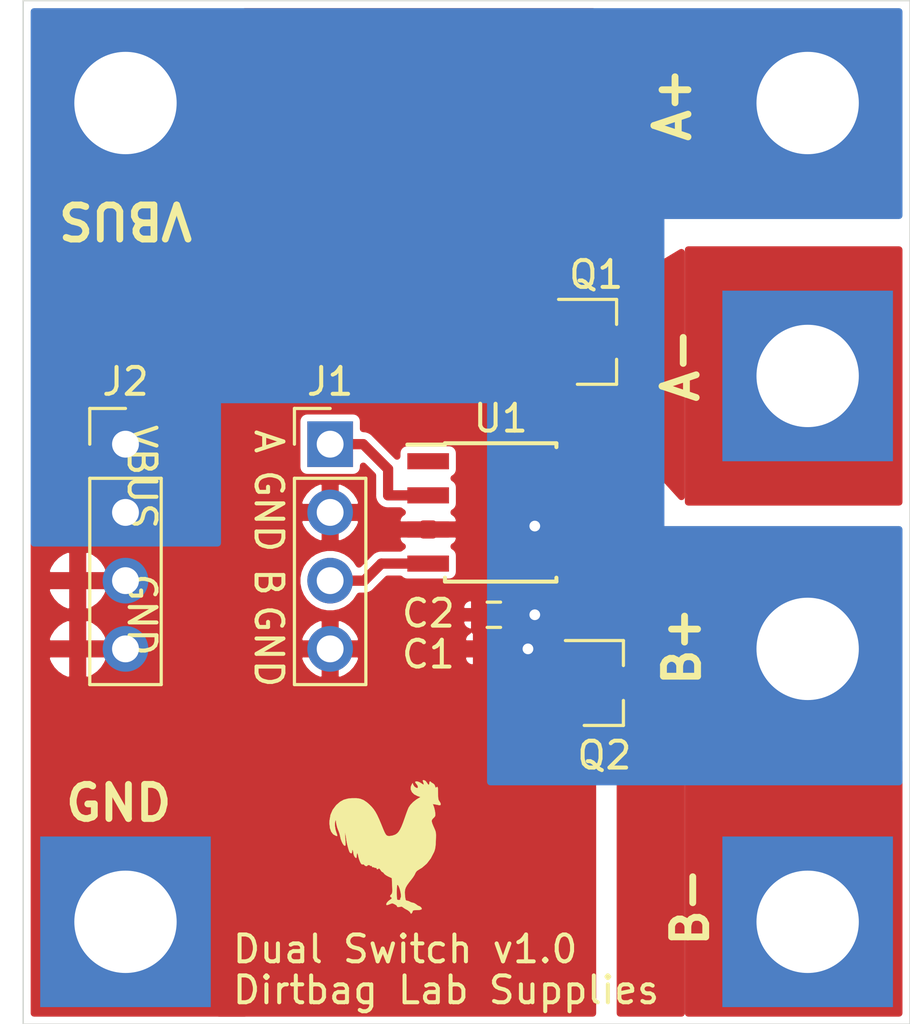
<source format=kicad_pcb>
(kicad_pcb (version 20171130) (host pcbnew "(5.1.5)-3")

  (general
    (thickness 1.6)
    (drawings 18)
    (tracks 27)
    (zones 0)
    (modules 14)
    (nets 11)
  )

  (page A4)
  (layers
    (0 F.Cu signal)
    (31 B.Cu signal)
    (32 B.Adhes user)
    (33 F.Adhes user)
    (34 B.Paste user)
    (35 F.Paste user)
    (36 B.SilkS user)
    (37 F.SilkS user)
    (38 B.Mask user)
    (39 F.Mask user)
    (40 Dwgs.User user)
    (41 Cmts.User user)
    (42 Eco1.User user)
    (43 Eco2.User user)
    (44 Edge.Cuts user)
    (45 Margin user)
    (46 B.CrtYd user)
    (47 F.CrtYd user)
    (48 B.Fab user)
    (49 F.Fab user)
  )

  (setup
    (last_trace_width 0.25)
    (user_trace_width 0.381)
    (user_trace_width 0.508)
    (user_trace_width 0.762)
    (trace_clearance 0.2)
    (zone_clearance 0.254)
    (zone_45_only no)
    (trace_min 0.2)
    (via_size 0.8)
    (via_drill 0.4)
    (via_min_size 0.4)
    (via_min_drill 0.3)
    (user_via 0.889 0.381)
    (uvia_size 0.3)
    (uvia_drill 0.1)
    (uvias_allowed no)
    (uvia_min_size 0.2)
    (uvia_min_drill 0.1)
    (edge_width 0.05)
    (segment_width 0.2)
    (pcb_text_width 0.3)
    (pcb_text_size 1.5 1.5)
    (mod_edge_width 0.12)
    (mod_text_size 1 1)
    (mod_text_width 0.15)
    (pad_size 1.7 1.7)
    (pad_drill 1)
    (pad_to_mask_clearance 0.051)
    (solder_mask_min_width 0.25)
    (aux_axis_origin 0 0)
    (grid_origin 183.388 131.318)
    (visible_elements 7FFFFFFF)
    (pcbplotparams
      (layerselection 0x010fc_ffffffff)
      (usegerberextensions false)
      (usegerberattributes false)
      (usegerberadvancedattributes false)
      (creategerberjobfile false)
      (excludeedgelayer true)
      (linewidth 0.100000)
      (plotframeref false)
      (viasonmask false)
      (mode 1)
      (useauxorigin false)
      (hpglpennumber 1)
      (hpglpenspeed 20)
      (hpglpendiameter 15.000000)
      (psnegative false)
      (psa4output false)
      (plotreference true)
      (plotvalue true)
      (plotinvisibletext false)
      (padsonsilk false)
      (subtractmaskfromsilk false)
      (outputformat 1)
      (mirror false)
      (drillshape 1)
      (scaleselection 1)
      (outputdirectory ""))
  )

  (net 0 "")
  (net 1 GND)
  (net 2 VBUS)
  (net 3 /INB)
  (net 4 /INA)
  (net 5 "Net-(M5-Pad1)")
  (net 6 "Net-(M7-Pad1)")
  (net 7 "Net-(Q1-Pad1)")
  (net 8 "Net-(Q2-Pad1)")
  (net 9 "Net-(U1-Pad8)")
  (net 10 "Net-(U1-Pad1)")

  (net_class Default "This is the default net class."
    (clearance 0.2)
    (trace_width 0.25)
    (via_dia 0.8)
    (via_drill 0.4)
    (uvia_dia 0.3)
    (uvia_drill 0.1)
    (add_net /INA)
    (add_net /INB)
    (add_net GND)
    (add_net "Net-(M5-Pad1)")
    (add_net "Net-(M7-Pad1)")
    (add_net "Net-(Q1-Pad1)")
    (add_net "Net-(Q2-Pad1)")
    (add_net "Net-(U1-Pad1)")
    (add_net "Net-(U1-Pad8)")
    (add_net VBUS)
  )

  (module DBLS_LOGO:Rooster_4mmx4mm (layer F.Cu) (tedit 6169F65E) (tstamp 616A48FB)
    (at 187.452 129.286)
    (path /6171B646)
    (fp_text reference LOGO1 (at 0 0) (layer F.SilkS) hide
      (effects (font (size 1.524 1.524) (thickness 0.3)))
    )
    (fp_text value DBLS_Chicken_Small (at 0.75 0) (layer F.SilkS) hide
      (effects (font (size 1.524 1.524) (thickness 0.3)))
    )
    (fp_poly (pts (xy 1.52344 -2.444933) (xy 1.576309 -2.374864) (xy 1.617111 -2.314856) (xy 1.645295 -2.30211)
      (xy 1.659947 -2.336646) (xy 1.661914 -2.372982) (xy 1.673513 -2.420344) (xy 1.700626 -2.428569)
      (xy 1.724871 -2.404524) (xy 1.759193 -2.375743) (xy 1.798451 -2.356403) (xy 1.850944 -2.311373)
      (xy 1.872965 -2.256262) (xy 1.889895 -2.205364) (xy 1.910473 -2.199419) (xy 1.917431 -2.205165)
      (xy 1.946405 -2.22721) (xy 1.965843 -2.221043) (xy 1.977487 -2.181184) (xy 1.983078 -2.10215)
      (xy 1.984375 -1.994488) (xy 1.985972 -1.877557) (xy 1.992074 -1.798234) (xy 2.00465 -1.744582)
      (xy 2.025665 -1.704663) (xy 2.033984 -1.693487) (xy 2.074155 -1.627208) (xy 2.084249 -1.575253)
      (xy 2.064661 -1.54688) (xy 2.027783 -1.547413) (xy 1.965125 -1.561944) (xy 1.886826 -1.576943)
      (xy 1.878892 -1.578291) (xy 1.785811 -1.59386) (xy 1.822649 -1.505694) (xy 1.847146 -1.428444)
      (xy 1.868175 -1.33073) (xy 1.875658 -1.279938) (xy 1.883072 -1.199265) (xy 1.877576 -1.148654)
      (xy 1.853545 -1.109097) (xy 1.813198 -1.068895) (xy 1.77347 -1.027116) (xy 1.75232 -0.986307)
      (xy 1.750505 -0.936607) (xy 1.768782 -0.868149) (xy 1.807906 -0.771072) (xy 1.841906 -0.694531)
      (xy 1.872693 -0.623722) (xy 1.892822 -0.565395) (xy 1.904041 -0.506472) (xy 1.908099 -0.433872)
      (xy 1.906747 -0.334516) (xy 1.903275 -0.235644) (xy 1.895821 -0.091444) (xy 1.884728 0.016472)
      (xy 1.867882 0.101405) (xy 1.843168 0.176655) (xy 1.834282 0.198438) (xy 1.713022 0.432919)
      (xy 1.564944 0.625863) (xy 1.389671 0.777712) (xy 1.278393 0.845548) (xy 1.193007 0.902976)
      (xy 1.145853 0.967997) (xy 1.138928 0.986134) (xy 1.109085 1.048283) (xy 1.058333 1.128566)
      (xy 1.007508 1.196974) (xy 0.904785 1.327311) (xy 0.831113 1.431006) (xy 0.782678 1.518579)
      (xy 0.755665 1.600547) (xy 0.746259 1.687432) (xy 0.750646 1.789752) (xy 0.760213 1.878955)
      (xy 0.772214 1.955832) (xy 0.788495 1.995019) (xy 0.81539 2.008395) (xy 0.829671 2.00918)
      (xy 0.892635 2.024046) (xy 0.931636 2.045598) (xy 0.994816 2.075399) (xy 1.038216 2.082805)
      (xy 1.095473 2.098958) (xy 1.160396 2.137635) (xy 1.170343 2.145606) (xy 1.225733 2.185843)
      (xy 1.269328 2.206775) (xy 1.2755 2.207617) (xy 1.314184 2.224565) (xy 1.353225 2.258741)
      (xy 1.379512 2.302163) (xy 1.364854 2.33188) (xy 1.306766 2.349323) (xy 1.202763 2.355925)
      (xy 1.184423 2.356066) (xy 1.095506 2.36046) (xy 1.050288 2.373857) (xy 1.041796 2.388912)
      (xy 1.028059 2.434602) (xy 1.010713 2.463887) (xy 0.9857 2.490761) (xy 0.967658 2.476933)
      (xy 0.954902 2.450024) (xy 0.918077 2.405339) (xy 0.854325 2.358922) (xy 0.824488 2.34289)
      (xy 0.75161 2.303559) (xy 0.693279 2.264661) (xy 0.679076 2.252402) (xy 0.634797 2.226361)
      (xy 0.573424 2.231721) (xy 0.563164 2.234528) (xy 0.495579 2.246216) (xy 0.463632 2.229882)
      (xy 0.458886 2.206038) (xy 0.438848 2.181749) (xy 0.388928 2.148608) (xy 0.370567 2.13876)
      (xy 0.311154 2.111745) (xy 0.266658 2.107276) (xy 0.211772 2.125041) (xy 0.185421 2.136453)
      (xy 0.122095 2.160506) (xy 0.078801 2.169858) (xy 0.07143 2.168566) (xy 0.058983 2.136536)
      (xy 0.079776 2.086939) (xy 0.126904 2.031348) (xy 0.17702 1.991592) (xy 0.24059 1.947613)
      (xy 0.266813 1.919506) (xy 0.260305 1.896679) (xy 0.229443 1.871287) (xy 0.202333 1.846215)
      (xy 0.206631 1.820635) (xy 0.239569 1.781736) (xy 0.262761 1.753271) (xy 0.266977 1.744003)
      (xy 0.447062 1.744003) (xy 0.449211 1.840227) (xy 0.453625 1.917302) (xy 0.460274 1.962221)
      (xy 0.46302 1.967839) (xy 0.496399 1.982121) (xy 0.540882 1.984028) (xy 0.576009 1.975164)
      (xy 0.582238 1.958484) (xy 0.582235 1.919907) (xy 0.594617 1.898396) (xy 0.608981 1.862667)
      (xy 0.608581 1.800617) (xy 0.595078 1.710234) (xy 0.572268 1.610236) (xy 0.544008 1.522862)
      (xy 0.514235 1.456451) (xy 0.486885 1.41934) (xy 0.465896 1.419869) (xy 0.461737 1.427784)
      (xy 0.454516 1.470521) (xy 0.449683 1.546142) (xy 0.447209 1.641639) (xy 0.447062 1.744003)
      (xy 0.266977 1.744003) (xy 0.277365 1.721171) (xy 0.284618 1.674997) (xy 0.285756 1.604309)
      (xy 0.282019 1.49867) (xy 0.279475 1.445088) (xy 0.265846 1.16625) (xy 0.135052 1.106371)
      (xy 0.058099 1.064561) (xy -0.00141 1.020376) (xy -0.023549 0.994535) (xy -0.056613 0.953914)
      (xy -0.081488 0.942422) (xy -0.112626 0.922644) (xy -0.150099 0.874232) (xy -0.156106 0.864123)
      (xy -0.190713 0.814369) (xy -0.217534 0.806178) (xy -0.22928 0.81467) (xy -0.270941 0.841629)
      (xy -0.294783 0.827054) (xy -0.297657 0.806931) (xy -0.314557 0.781704) (xy -0.332355 0.783817)
      (xy -0.3721 0.781641) (xy -0.382758 0.77172) (xy -0.415954 0.756715) (xy -0.434877 0.76028)
      (xy -0.466145 0.755417) (xy -0.471289 0.735171) (xy -0.486822 0.707703) (xy -0.508497 0.710366)
      (xy -0.540391 0.709993) (xy -0.545704 0.698727) (xy -0.566256 0.679302) (xy -0.595313 0.676547)
      (xy -0.635702 0.687811) (xy -0.644922 0.69981) (xy -0.662838 0.718519) (xy -0.701925 0.716684)
      (xy -0.740196 0.698223) (xy -0.753767 0.680419) (xy -0.785918 0.653157) (xy -0.815813 0.656454)
      (xy -0.850301 0.656052) (xy -0.881947 0.624316) (xy -0.914095 0.565147) (xy -0.950537 0.473045)
      (xy -0.977704 0.375793) (xy -0.981984 0.352917) (xy -0.999289 0.275011) (xy -1.017612 0.238579)
      (xy -1.032941 0.245623) (xy -1.041266 0.298145) (xy -1.041797 0.323064) (xy -1.047412 0.392256)
      (xy -1.065036 0.41653) (xy -1.072803 0.415587) (xy -1.111924 0.381409) (xy -1.145672 0.317492)
      (xy -1.164519 0.243531) (xy -1.165835 0.223242) (xy -1.175809 0.159656) (xy -1.190625 0.124024)
      (xy -1.207096 0.109525) (xy -1.214194 0.137363) (xy -1.21505 0.167432) (xy -1.223653 0.229526)
      (xy -1.249513 0.24534) (xy -1.293916 0.215565) (xy -1.297779 0.211764) (xy -1.318854 0.172234)
      (xy -1.345133 0.096958) (xy -1.373079 -0.000978) (xy -1.399154 -0.108488) (xy -1.41982 -0.212485)
      (xy -1.42878 -0.272851) (xy -1.437492 -0.332551) (xy -1.451626 -0.417458) (xy -1.461214 -0.471289)
      (xy -1.472297 -0.528642) (xy -1.478625 -0.549829) (xy -1.480634 -0.531449) (xy -1.478763 -0.470101)
      (xy -1.473951 -0.37207) (xy -1.468034 -0.26357) (xy -1.462406 -0.169667) (xy -1.457927 -0.104349)
      (xy -1.456391 -0.086816) (xy -1.466986 -0.045493) (xy -1.488282 -0.037207) (xy -1.522269 -0.059127)
      (xy -1.562128 -0.116362) (xy -1.601594 -0.196127) (xy -1.634402 -0.285635) (xy -1.654288 -0.3721)
      (xy -1.655007 -0.377491) (xy -1.673869 -0.462667) (xy -1.70714 -0.562173) (xy -1.728955 -0.613891)
      (xy -1.767604 -0.718458) (xy -1.796563 -0.835175) (xy -1.804147 -0.885842) (xy -1.814413 -0.962559)
      (xy -1.825127 -0.992841) (xy -1.837436 -0.979855) (xy -1.837821 -0.978884) (xy -1.856306 -0.884889)
      (xy -1.854158 -0.763857) (xy -1.832506 -0.63333) (xy -1.810743 -0.558105) (xy -1.780924 -0.470986)
      (xy -1.766854 -0.421935) (xy -1.768915 -0.401851) (xy -1.787489 -0.401634) (xy -1.816944 -0.410392)
      (xy -1.91621 -0.46522) (xy -1.989848 -0.560193) (xy -2.036602 -0.692249) (xy -2.055217 -0.858324)
      (xy -2.051634 -0.983044) (xy -2.015085 -1.189867) (xy -1.936999 -1.371918) (xy -1.8145 -1.53551)
      (xy -1.787089 -1.563907) (xy -1.658357 -1.674467) (xy -1.525062 -1.747706) (xy -1.37261 -1.789905)
      (xy -1.225566 -1.80562) (xy -1.052745 -1.806559) (xy -0.911548 -1.784802) (xy -0.787164 -1.735109)
      (xy -0.664782 -1.652242) (xy -0.577426 -1.576384) (xy -0.491517 -1.491144) (xy -0.417166 -1.402672)
      (xy -0.349372 -1.30254) (xy -0.283131 -1.182322) (xy -0.213442 -1.03359) (xy -0.135303 -0.847916)
      (xy -0.114695 -0.79682) (xy -0.055969 -0.652089) (xy -0.010332 -0.547242) (xy 0.02696 -0.475866)
      (xy 0.060652 -0.431553) (xy 0.09549 -0.407892) (xy 0.136217 -0.398473) (xy 0.181351 -0.396875)
      (xy 0.277505 -0.410095) (xy 0.379012 -0.443811) (xy 0.39782 -0.452685) (xy 0.459543 -0.493068)
      (xy 0.516036 -0.552152) (xy 0.570565 -0.635822) (xy 0.626396 -0.749961) (xy 0.686796 -0.900453)
      (xy 0.755032 -1.093182) (xy 0.757581 -1.100701) (xy 0.799051 -1.219575) (xy 0.83962 -1.329607)
      (xy 0.874177 -1.417272) (xy 0.894691 -1.463476) (xy 0.961873 -1.561892) (xy 1.061402 -1.664013)
      (xy 1.179152 -1.756193) (xy 1.232381 -1.789673) (xy 1.33615 -1.84988) (xy 1.215698 -1.892661)
      (xy 1.096879 -1.953685) (xy 1.014953 -2.035609) (xy 0.973339 -2.131759) (xy 0.975458 -2.235456)
      (xy 1.003599 -2.306836) (xy 1.038059 -2.368847) (xy 1.063545 -2.302143) (xy 1.107852 -2.235492)
      (xy 1.172034 -2.191688) (xy 1.213799 -2.182812) (xy 1.238152 -2.200561) (xy 1.237162 -2.243824)
      (xy 1.214149 -2.297621) (xy 1.178626 -2.341496) (xy 1.140722 -2.389201) (xy 1.14189 -2.420033)
      (xy 1.174106 -2.432708) (xy 1.229346 -2.425942) (xy 1.299584 -2.398449) (xy 1.349495 -2.368847)
      (xy 1.407423 -2.331341) (xy 1.44662 -2.309291) (xy 1.453847 -2.306836) (xy 1.456936 -2.328047)
      (xy 1.442324 -2.385612) (xy 1.419374 -2.451645) (xy 1.425075 -2.475489) (xy 1.465515 -2.47645)
      (xy 1.52344 -2.444933)) (layer F.SilkS) (width 0.01))
  )

  (module DBLS_Mechanical:SCREW_6-32_POWER (layer F.Cu) (tedit 6169C24B) (tstamp 616A4920)
    (at 177.8 132.08)
    (path /616B70ED)
    (fp_text reference M2 (at 0 0.5) (layer F.SilkS) hide
      (effects (font (size 1 1) (thickness 0.15)))
    )
    (fp_text value SCREW_6-32_POWER (at 0 -0.5) (layer F.Fab) hide
      (effects (font (size 1 1) (thickness 0.15)))
    )
    (fp_line (start 3.302 3.302) (end 3.302 -3.302) (layer F.CrtYd) (width 0.15))
    (fp_line (start 3.302 -3.302) (end -3.302 -3.302) (layer B.CrtYd) (width 0.15))
    (fp_line (start -3.302 3.302) (end 3.302 3.302) (layer F.CrtYd) (width 0.15))
    (fp_line (start -3.302 -3.302) (end -3.302 3.302) (layer F.CrtYd) (width 0.15))
    (fp_line (start 3.302 -3.302) (end -3.302 -3.302) (layer F.CrtYd) (width 0.15))
    (fp_line (start 3.302 3.302) (end 3.302 -3.302) (layer B.CrtYd) (width 0.15))
    (fp_line (start -3.302 3.302) (end 3.302 3.302) (layer B.CrtYd) (width 0.15))
    (fp_line (start -3.302 -3.302) (end -3.302 3.302) (layer B.CrtYd) (width 0.15))
    (pad 1 thru_hole rect (at 0 0) (size 6.35 6.35) (drill 3.81) (layers *.Cu *.Mask)
      (net 1 GND))
  )

  (module Housings_SOIC:SOIC-8_3.9x4.9mm_Pitch1.27mm (layer F.Cu) (tedit 58CD0CDA) (tstamp 616A3363)
    (at 191.77 116.84)
    (descr "8-Lead Plastic Small Outline (SN) - Narrow, 3.90 mm Body [SOIC] (see Microchip Packaging Specification 00000049BS.pdf)")
    (tags "SOIC 1.27")
    (path /6169E58D)
    (attr smd)
    (fp_text reference U1 (at 0 -3.5) (layer F.SilkS)
      (effects (font (size 1 1) (thickness 0.15)))
    )
    (fp_text value TI_LM5111-1MX_NOPB (at 0 3.5) (layer F.Fab)
      (effects (font (size 1 1) (thickness 0.15)))
    )
    (fp_line (start -2.075 -2.525) (end -3.475 -2.525) (layer F.SilkS) (width 0.15))
    (fp_line (start -2.075 2.575) (end 2.075 2.575) (layer F.SilkS) (width 0.15))
    (fp_line (start -2.075 -2.575) (end 2.075 -2.575) (layer F.SilkS) (width 0.15))
    (fp_line (start -2.075 2.575) (end -2.075 2.43) (layer F.SilkS) (width 0.15))
    (fp_line (start 2.075 2.575) (end 2.075 2.43) (layer F.SilkS) (width 0.15))
    (fp_line (start 2.075 -2.575) (end 2.075 -2.43) (layer F.SilkS) (width 0.15))
    (fp_line (start -2.075 -2.575) (end -2.075 -2.525) (layer F.SilkS) (width 0.15))
    (fp_line (start -3.73 2.7) (end 3.73 2.7) (layer F.CrtYd) (width 0.05))
    (fp_line (start -3.73 -2.7) (end 3.73 -2.7) (layer F.CrtYd) (width 0.05))
    (fp_line (start 3.73 -2.7) (end 3.73 2.7) (layer F.CrtYd) (width 0.05))
    (fp_line (start -3.73 -2.7) (end -3.73 2.7) (layer F.CrtYd) (width 0.05))
    (fp_line (start -1.95 -1.45) (end -0.95 -2.45) (layer F.Fab) (width 0.1))
    (fp_line (start -1.95 2.45) (end -1.95 -1.45) (layer F.Fab) (width 0.1))
    (fp_line (start 1.95 2.45) (end -1.95 2.45) (layer F.Fab) (width 0.1))
    (fp_line (start 1.95 -2.45) (end 1.95 2.45) (layer F.Fab) (width 0.1))
    (fp_line (start -0.95 -2.45) (end 1.95 -2.45) (layer F.Fab) (width 0.1))
    (fp_text user %R (at 0 0) (layer F.Fab)
      (effects (font (size 1 1) (thickness 0.15)))
    )
    (pad 8 smd rect (at 2.7 -1.905) (size 1.55 0.6) (layers F.Cu F.Paste F.Mask)
      (net 9 "Net-(U1-Pad8)"))
    (pad 7 smd rect (at 2.7 -0.635) (size 1.55 0.6) (layers F.Cu F.Paste F.Mask)
      (net 7 "Net-(Q1-Pad1)"))
    (pad 6 smd rect (at 2.7 0.635) (size 1.55 0.6) (layers F.Cu F.Paste F.Mask)
      (net 2 VBUS))
    (pad 5 smd rect (at 2.7 1.905) (size 1.55 0.6) (layers F.Cu F.Paste F.Mask)
      (net 8 "Net-(Q2-Pad1)"))
    (pad 4 smd rect (at -2.7 1.905) (size 1.55 0.6) (layers F.Cu F.Paste F.Mask)
      (net 3 /INB))
    (pad 3 smd rect (at -2.7 0.635) (size 1.55 0.6) (layers F.Cu F.Paste F.Mask)
      (net 1 GND))
    (pad 2 smd rect (at -2.7 -0.635) (size 1.55 0.6) (layers F.Cu F.Paste F.Mask)
      (net 4 /INA))
    (pad 1 smd rect (at -2.7 -1.905) (size 1.55 0.6) (layers F.Cu F.Paste F.Mask)
      (net 10 "Net-(U1-Pad1)"))
    (model ${KISYS3DMOD}/Housings_SOIC.3dshapes/SOIC-8_3.9x4.9mm_Pitch1.27mm.wrl
      (at (xyz 0 0 0))
      (scale (xyz 1 1 1))
      (rotate (xyz 0 0 0))
    )
  )

  (module TO_SOT_Packages_SMD:SOT-23 (layer F.Cu) (tedit 58CE4E7E) (tstamp 616A342D)
    (at 195.58 123.19)
    (descr "SOT-23, Standard")
    (tags SOT-23)
    (path /616C5D4F)
    (attr smd)
    (fp_text reference Q2 (at 0.0508 2.6924) (layer F.SilkS)
      (effects (font (size 1 1) (thickness 0.15)))
    )
    (fp_text value INFINEON_IRLML0040TRPBF (at 0 2.5) (layer F.Fab)
      (effects (font (size 1 1) (thickness 0.15)))
    )
    (fp_line (start 0.76 1.58) (end -0.7 1.58) (layer F.SilkS) (width 0.12))
    (fp_line (start 0.76 -1.58) (end -1.4 -1.58) (layer F.SilkS) (width 0.12))
    (fp_line (start -1.7 1.75) (end -1.7 -1.75) (layer F.CrtYd) (width 0.05))
    (fp_line (start 1.7 1.75) (end -1.7 1.75) (layer F.CrtYd) (width 0.05))
    (fp_line (start 1.7 -1.75) (end 1.7 1.75) (layer F.CrtYd) (width 0.05))
    (fp_line (start -1.7 -1.75) (end 1.7 -1.75) (layer F.CrtYd) (width 0.05))
    (fp_line (start 0.76 -1.58) (end 0.76 -0.65) (layer F.SilkS) (width 0.12))
    (fp_line (start 0.76 1.58) (end 0.76 0.65) (layer F.SilkS) (width 0.12))
    (fp_line (start -0.7 1.52) (end 0.7 1.52) (layer F.Fab) (width 0.1))
    (fp_line (start 0.7 -1.52) (end 0.7 1.52) (layer F.Fab) (width 0.1))
    (fp_line (start -0.7 -0.95) (end -0.15 -1.52) (layer F.Fab) (width 0.1))
    (fp_line (start -0.15 -1.52) (end 0.7 -1.52) (layer F.Fab) (width 0.1))
    (fp_line (start -0.7 -0.95) (end -0.7 1.5) (layer F.Fab) (width 0.1))
    (fp_text user %R (at 0 0 90) (layer F.Fab)
      (effects (font (size 0.5 0.5) (thickness 0.075)))
    )
    (pad 3 smd rect (at 1 0) (size 0.9 0.8) (layers F.Cu F.Paste F.Mask)
      (net 6 "Net-(M7-Pad1)"))
    (pad 2 smd rect (at -1 0.95) (size 0.9 0.8) (layers F.Cu F.Paste F.Mask)
      (net 1 GND))
    (pad 1 smd rect (at -1 -0.95) (size 0.9 0.8) (layers F.Cu F.Paste F.Mask)
      (net 8 "Net-(Q2-Pad1)"))
    (model ${KISYS3DMOD}/TO_SOT_Packages_SMD.3dshapes/SOT-23.wrl
      (at (xyz 0 0 0))
      (scale (xyz 1 1 1))
      (rotate (xyz 0 0 0))
    )
  )

  (module TO_SOT_Packages_SMD:SOT-23 (layer F.Cu) (tedit 58CE4E7E) (tstamp 616A30E9)
    (at 195.326 110.49)
    (descr "SOT-23, Standard")
    (tags SOT-23)
    (path /616C49D9)
    (attr smd)
    (fp_text reference Q1 (at 0 -2.5) (layer F.SilkS)
      (effects (font (size 1 1) (thickness 0.15)))
    )
    (fp_text value INFINEON_IRLML0040TRPBF (at 0 2.5) (layer F.Fab)
      (effects (font (size 1 1) (thickness 0.15)))
    )
    (fp_line (start 0.76 1.58) (end -0.7 1.58) (layer F.SilkS) (width 0.12))
    (fp_line (start 0.76 -1.58) (end -1.4 -1.58) (layer F.SilkS) (width 0.12))
    (fp_line (start -1.7 1.75) (end -1.7 -1.75) (layer F.CrtYd) (width 0.05))
    (fp_line (start 1.7 1.75) (end -1.7 1.75) (layer F.CrtYd) (width 0.05))
    (fp_line (start 1.7 -1.75) (end 1.7 1.75) (layer F.CrtYd) (width 0.05))
    (fp_line (start -1.7 -1.75) (end 1.7 -1.75) (layer F.CrtYd) (width 0.05))
    (fp_line (start 0.76 -1.58) (end 0.76 -0.65) (layer F.SilkS) (width 0.12))
    (fp_line (start 0.76 1.58) (end 0.76 0.65) (layer F.SilkS) (width 0.12))
    (fp_line (start -0.7 1.52) (end 0.7 1.52) (layer F.Fab) (width 0.1))
    (fp_line (start 0.7 -1.52) (end 0.7 1.52) (layer F.Fab) (width 0.1))
    (fp_line (start -0.7 -0.95) (end -0.15 -1.52) (layer F.Fab) (width 0.1))
    (fp_line (start -0.15 -1.52) (end 0.7 -1.52) (layer F.Fab) (width 0.1))
    (fp_line (start -0.7 -0.95) (end -0.7 1.5) (layer F.Fab) (width 0.1))
    (fp_text user %R (at 0 0 90) (layer F.Fab)
      (effects (font (size 0.5 0.5) (thickness 0.075)))
    )
    (pad 3 smd rect (at 1 0) (size 0.9 0.8) (layers F.Cu F.Paste F.Mask)
      (net 5 "Net-(M5-Pad1)"))
    (pad 2 smd rect (at -1 0.95) (size 0.9 0.8) (layers F.Cu F.Paste F.Mask)
      (net 1 GND))
    (pad 1 smd rect (at -1 -0.95) (size 0.9 0.8) (layers F.Cu F.Paste F.Mask)
      (net 7 "Net-(Q1-Pad1)"))
    (model ${KISYS3DMOD}/TO_SOT_Packages_SMD.3dshapes/SOT-23.wrl
      (at (xyz 0 0 0))
      (scale (xyz 1 1 1))
      (rotate (xyz 0 0 0))
    )
  )

  (module DBLS_Mechanical:SCREW_6-32_POWER (layer F.Cu) (tedit 6169C24B) (tstamp 616A30D4)
    (at 203.2 132.08)
    (path /616AA1E2)
    (fp_text reference M7 (at 0 0.5) (layer F.SilkS) hide
      (effects (font (size 1 1) (thickness 0.15)))
    )
    (fp_text value SCREW_6-32_POWER (at 0 -0.5) (layer F.Fab) hide
      (effects (font (size 1 1) (thickness 0.15)))
    )
    (fp_line (start 3.302 3.302) (end 3.302 -3.302) (layer F.CrtYd) (width 0.15))
    (fp_line (start 3.302 -3.302) (end -3.302 -3.302) (layer B.CrtYd) (width 0.15))
    (fp_line (start -3.302 3.302) (end 3.302 3.302) (layer F.CrtYd) (width 0.15))
    (fp_line (start -3.302 -3.302) (end -3.302 3.302) (layer F.CrtYd) (width 0.15))
    (fp_line (start 3.302 -3.302) (end -3.302 -3.302) (layer F.CrtYd) (width 0.15))
    (fp_line (start 3.302 3.302) (end 3.302 -3.302) (layer B.CrtYd) (width 0.15))
    (fp_line (start -3.302 3.302) (end 3.302 3.302) (layer B.CrtYd) (width 0.15))
    (fp_line (start -3.302 -3.302) (end -3.302 3.302) (layer B.CrtYd) (width 0.15))
    (pad 1 thru_hole rect (at 0 0) (size 6.35 6.35) (drill 3.81) (layers *.Cu *.Mask)
      (net 6 "Net-(M7-Pad1)"))
  )

  (module DBLS_Mechanical:SCREW_6-32_POWER (layer F.Cu) (tedit 6169C24B) (tstamp 616A30C7)
    (at 203.2 121.92)
    (path /616AA1EA)
    (fp_text reference M6 (at 0 0.5) (layer F.SilkS) hide
      (effects (font (size 1 1) (thickness 0.15)))
    )
    (fp_text value SCREW_6-32_POWER (at 0 -0.5) (layer F.Fab) hide
      (effects (font (size 1 1) (thickness 0.15)))
    )
    (fp_line (start 3.302 3.302) (end 3.302 -3.302) (layer F.CrtYd) (width 0.15))
    (fp_line (start 3.302 -3.302) (end -3.302 -3.302) (layer B.CrtYd) (width 0.15))
    (fp_line (start -3.302 3.302) (end 3.302 3.302) (layer F.CrtYd) (width 0.15))
    (fp_line (start -3.302 -3.302) (end -3.302 3.302) (layer F.CrtYd) (width 0.15))
    (fp_line (start 3.302 -3.302) (end -3.302 -3.302) (layer F.CrtYd) (width 0.15))
    (fp_line (start 3.302 3.302) (end 3.302 -3.302) (layer B.CrtYd) (width 0.15))
    (fp_line (start -3.302 3.302) (end 3.302 3.302) (layer B.CrtYd) (width 0.15))
    (fp_line (start -3.302 -3.302) (end -3.302 3.302) (layer B.CrtYd) (width 0.15))
    (pad 1 thru_hole rect (at 0 0) (size 6.35 6.35) (drill 3.81) (layers *.Cu *.Mask)
      (net 2 VBUS))
  )

  (module DBLS_Mechanical:SCREW_6-32_POWER (layer F.Cu) (tedit 6169C24B) (tstamp 616A30BA)
    (at 203.2 111.76)
    (path /616A3BFF)
    (fp_text reference M5 (at 0 0.5) (layer F.SilkS) hide
      (effects (font (size 1 1) (thickness 0.15)))
    )
    (fp_text value SCREW_6-32_POWER (at 0 -0.5) (layer F.Fab) hide
      (effects (font (size 1 1) (thickness 0.15)))
    )
    (fp_line (start 3.302 3.302) (end 3.302 -3.302) (layer F.CrtYd) (width 0.15))
    (fp_line (start 3.302 -3.302) (end -3.302 -3.302) (layer B.CrtYd) (width 0.15))
    (fp_line (start -3.302 3.302) (end 3.302 3.302) (layer F.CrtYd) (width 0.15))
    (fp_line (start -3.302 -3.302) (end -3.302 3.302) (layer F.CrtYd) (width 0.15))
    (fp_line (start 3.302 -3.302) (end -3.302 -3.302) (layer F.CrtYd) (width 0.15))
    (fp_line (start 3.302 3.302) (end 3.302 -3.302) (layer B.CrtYd) (width 0.15))
    (fp_line (start -3.302 3.302) (end 3.302 3.302) (layer B.CrtYd) (width 0.15))
    (fp_line (start -3.302 -3.302) (end -3.302 3.302) (layer B.CrtYd) (width 0.15))
    (pad 1 thru_hole rect (at 0 0) (size 6.35 6.35) (drill 3.81) (layers *.Cu *.Mask)
      (net 5 "Net-(M5-Pad1)"))
  )

  (module DBLS_Mechanical:SCREW_6-32_POWER (layer F.Cu) (tedit 6169C24B) (tstamp 616A30AD)
    (at 203.2 101.6)
    (path /616A40F2)
    (fp_text reference M4 (at 0 0.5) (layer F.SilkS) hide
      (effects (font (size 1 1) (thickness 0.15)))
    )
    (fp_text value SCREW_6-32_POWER (at 0 -0.5) (layer F.Fab) hide
      (effects (font (size 1 1) (thickness 0.15)))
    )
    (fp_line (start 3.302 3.302) (end 3.302 -3.302) (layer F.CrtYd) (width 0.15))
    (fp_line (start 3.302 -3.302) (end -3.302 -3.302) (layer B.CrtYd) (width 0.15))
    (fp_line (start -3.302 3.302) (end 3.302 3.302) (layer F.CrtYd) (width 0.15))
    (fp_line (start -3.302 -3.302) (end -3.302 3.302) (layer F.CrtYd) (width 0.15))
    (fp_line (start 3.302 -3.302) (end -3.302 -3.302) (layer F.CrtYd) (width 0.15))
    (fp_line (start 3.302 3.302) (end 3.302 -3.302) (layer B.CrtYd) (width 0.15))
    (fp_line (start -3.302 3.302) (end 3.302 3.302) (layer B.CrtYd) (width 0.15))
    (fp_line (start -3.302 -3.302) (end -3.302 3.302) (layer B.CrtYd) (width 0.15))
    (pad 1 thru_hole rect (at 0 0) (size 6.35 6.35) (drill 3.81) (layers *.Cu *.Mask)
      (net 2 VBUS))
  )

  (module DBLS_Mechanical:SCREW_6-32_POWER (layer F.Cu) (tedit 6169C24B) (tstamp 616A3086)
    (at 177.8 101.6)
    (path /616B70F5)
    (fp_text reference M1 (at 0 0.5) (layer F.SilkS) hide
      (effects (font (size 1 1) (thickness 0.15)))
    )
    (fp_text value SCREW_6-32_POWER (at 0 -0.5) (layer F.Fab) hide
      (effects (font (size 1 1) (thickness 0.15)))
    )
    (fp_line (start 3.302 3.302) (end 3.302 -3.302) (layer F.CrtYd) (width 0.15))
    (fp_line (start 3.302 -3.302) (end -3.302 -3.302) (layer B.CrtYd) (width 0.15))
    (fp_line (start -3.302 3.302) (end 3.302 3.302) (layer F.CrtYd) (width 0.15))
    (fp_line (start -3.302 -3.302) (end -3.302 3.302) (layer F.CrtYd) (width 0.15))
    (fp_line (start 3.302 -3.302) (end -3.302 -3.302) (layer F.CrtYd) (width 0.15))
    (fp_line (start 3.302 3.302) (end 3.302 -3.302) (layer B.CrtYd) (width 0.15))
    (fp_line (start -3.302 3.302) (end 3.302 3.302) (layer B.CrtYd) (width 0.15))
    (fp_line (start -3.302 -3.302) (end -3.302 3.302) (layer B.CrtYd) (width 0.15))
    (pad 1 thru_hole rect (at 0 0) (size 6.35 6.35) (drill 3.81) (layers *.Cu *.Mask)
      (net 2 VBUS))
  )

  (module Pin_Headers:Pin_Header_Straight_1x04_Pitch2.54mm (layer F.Cu) (tedit 59650532) (tstamp 616A3079)
    (at 177.8 114.3)
    (descr "Through hole straight pin header, 1x04, 2.54mm pitch, single row")
    (tags "Through hole pin header THT 1x04 2.54mm single row")
    (path /616ADEEC)
    (fp_text reference J2 (at 0 -2.33) (layer F.SilkS)
      (effects (font (size 1 1) (thickness 0.15)))
    )
    (fp_text value Conn_01x04 (at 0 9.95) (layer F.Fab)
      (effects (font (size 1 1) (thickness 0.15)))
    )
    (fp_text user %R (at 0 3.81 90) (layer F.Fab)
      (effects (font (size 1 1) (thickness 0.15)))
    )
    (fp_line (start 1.8 -1.8) (end -1.8 -1.8) (layer F.CrtYd) (width 0.05))
    (fp_line (start 1.8 9.4) (end 1.8 -1.8) (layer F.CrtYd) (width 0.05))
    (fp_line (start -1.8 9.4) (end 1.8 9.4) (layer F.CrtYd) (width 0.05))
    (fp_line (start -1.8 -1.8) (end -1.8 9.4) (layer F.CrtYd) (width 0.05))
    (fp_line (start -1.33 -1.33) (end 0 -1.33) (layer F.SilkS) (width 0.12))
    (fp_line (start -1.33 0) (end -1.33 -1.33) (layer F.SilkS) (width 0.12))
    (fp_line (start -1.33 1.27) (end 1.33 1.27) (layer F.SilkS) (width 0.12))
    (fp_line (start 1.33 1.27) (end 1.33 8.95) (layer F.SilkS) (width 0.12))
    (fp_line (start -1.33 1.27) (end -1.33 8.95) (layer F.SilkS) (width 0.12))
    (fp_line (start -1.33 8.95) (end 1.33 8.95) (layer F.SilkS) (width 0.12))
    (fp_line (start -1.27 -0.635) (end -0.635 -1.27) (layer F.Fab) (width 0.1))
    (fp_line (start -1.27 8.89) (end -1.27 -0.635) (layer F.Fab) (width 0.1))
    (fp_line (start 1.27 8.89) (end -1.27 8.89) (layer F.Fab) (width 0.1))
    (fp_line (start 1.27 -1.27) (end 1.27 8.89) (layer F.Fab) (width 0.1))
    (fp_line (start -0.635 -1.27) (end 1.27 -1.27) (layer F.Fab) (width 0.1))
    (pad 4 thru_hole oval (at 0 7.62) (size 1.7 1.7) (drill 1) (layers *.Cu *.Mask)
      (net 1 GND))
    (pad 3 thru_hole oval (at 0 5.08) (size 1.7 1.7) (drill 1) (layers *.Cu *.Mask)
      (net 1 GND))
    (pad 2 thru_hole oval (at 0 2.54) (size 1.7 1.7) (drill 1) (layers *.Cu *.Mask)
      (net 2 VBUS))
    (pad 1 thru_hole rect (at 0 0) (size 1.7 1.7) (drill 1) (layers *.Cu *.Mask)
      (net 2 VBUS))
    (model ${KISYS3DMOD}/Pin_Headers.3dshapes/Pin_Header_Straight_1x04_Pitch2.54mm.wrl
      (at (xyz 0 0 0))
      (scale (xyz 1 1 1))
      (rotate (xyz 0 0 0))
    )
  )

  (module Pin_Headers:Pin_Header_Straight_1x04_Pitch2.54mm (layer F.Cu) (tedit 59650532) (tstamp 616A3061)
    (at 185.42 114.3)
    (descr "Through hole straight pin header, 1x04, 2.54mm pitch, single row")
    (tags "Through hole pin header THT 1x04 2.54mm single row")
    (path /616ACC7E)
    (fp_text reference J1 (at 0 -2.33) (layer F.SilkS)
      (effects (font (size 1 1) (thickness 0.15)))
    )
    (fp_text value Conn_01x04 (at 0 9.95) (layer F.Fab)
      (effects (font (size 1 1) (thickness 0.15)))
    )
    (fp_text user %R (at 0 3.81 90) (layer F.Fab)
      (effects (font (size 1 1) (thickness 0.15)))
    )
    (fp_line (start 1.8 -1.8) (end -1.8 -1.8) (layer F.CrtYd) (width 0.05))
    (fp_line (start 1.8 9.4) (end 1.8 -1.8) (layer F.CrtYd) (width 0.05))
    (fp_line (start -1.8 9.4) (end 1.8 9.4) (layer F.CrtYd) (width 0.05))
    (fp_line (start -1.8 -1.8) (end -1.8 9.4) (layer F.CrtYd) (width 0.05))
    (fp_line (start -1.33 -1.33) (end 0 -1.33) (layer F.SilkS) (width 0.12))
    (fp_line (start -1.33 0) (end -1.33 -1.33) (layer F.SilkS) (width 0.12))
    (fp_line (start -1.33 1.27) (end 1.33 1.27) (layer F.SilkS) (width 0.12))
    (fp_line (start 1.33 1.27) (end 1.33 8.95) (layer F.SilkS) (width 0.12))
    (fp_line (start -1.33 1.27) (end -1.33 8.95) (layer F.SilkS) (width 0.12))
    (fp_line (start -1.33 8.95) (end 1.33 8.95) (layer F.SilkS) (width 0.12))
    (fp_line (start -1.27 -0.635) (end -0.635 -1.27) (layer F.Fab) (width 0.1))
    (fp_line (start -1.27 8.89) (end -1.27 -0.635) (layer F.Fab) (width 0.1))
    (fp_line (start 1.27 8.89) (end -1.27 8.89) (layer F.Fab) (width 0.1))
    (fp_line (start 1.27 -1.27) (end 1.27 8.89) (layer F.Fab) (width 0.1))
    (fp_line (start -0.635 -1.27) (end 1.27 -1.27) (layer F.Fab) (width 0.1))
    (pad 4 thru_hole oval (at 0 7.62) (size 1.7 1.7) (drill 1) (layers *.Cu *.Mask)
      (net 1 GND))
    (pad 3 thru_hole oval (at 0 5.08) (size 1.7 1.7) (drill 1) (layers *.Cu *.Mask)
      (net 3 /INB))
    (pad 2 thru_hole oval (at 0 2.54) (size 1.7 1.7) (drill 1) (layers *.Cu *.Mask)
      (net 1 GND))
    (pad 1 thru_hole rect (at 0 0) (size 1.7 1.7) (drill 1) (layers *.Cu *.Mask)
      (net 4 /INA))
    (model ${KISYS3DMOD}/Pin_Headers.3dshapes/Pin_Header_Straight_1x04_Pitch2.54mm.wrl
      (at (xyz 0 0 0))
      (scale (xyz 1 1 1))
      (rotate (xyz 0 0 0))
    )
  )

  (module Capacitors_SMD:C_0402 (layer F.Cu) (tedit 58AA841A) (tstamp 616A3049)
    (at 191.516 120.65 180)
    (descr "Capacitor SMD 0402, reflow soldering, AVX (see smccp.pdf)")
    (tags "capacitor 0402")
    (path /616C6876)
    (attr smd)
    (fp_text reference C2 (at 2.4384 0.0508) (layer F.SilkS)
      (effects (font (size 1 1) (thickness 0.15)))
    )
    (fp_text value MURATA_GCM155R71C104KA55J (at 0 1.27) (layer F.Fab)
      (effects (font (size 1 1) (thickness 0.15)))
    )
    (fp_line (start 1 0.4) (end -1 0.4) (layer F.CrtYd) (width 0.05))
    (fp_line (start 1 0.4) (end 1 -0.4) (layer F.CrtYd) (width 0.05))
    (fp_line (start -1 -0.4) (end -1 0.4) (layer F.CrtYd) (width 0.05))
    (fp_line (start -1 -0.4) (end 1 -0.4) (layer F.CrtYd) (width 0.05))
    (fp_line (start -0.25 0.47) (end 0.25 0.47) (layer F.SilkS) (width 0.12))
    (fp_line (start 0.25 -0.47) (end -0.25 -0.47) (layer F.SilkS) (width 0.12))
    (fp_line (start -0.5 -0.25) (end 0.5 -0.25) (layer F.Fab) (width 0.1))
    (fp_line (start 0.5 -0.25) (end 0.5 0.25) (layer F.Fab) (width 0.1))
    (fp_line (start 0.5 0.25) (end -0.5 0.25) (layer F.Fab) (width 0.1))
    (fp_line (start -0.5 0.25) (end -0.5 -0.25) (layer F.Fab) (width 0.1))
    (fp_text user %R (at 0 -1.27) (layer F.Fab)
      (effects (font (size 1 1) (thickness 0.15)))
    )
    (pad 2 smd rect (at 0.55 0 180) (size 0.6 0.5) (layers F.Cu F.Paste F.Mask)
      (net 1 GND))
    (pad 1 smd rect (at -0.55 0 180) (size 0.6 0.5) (layers F.Cu F.Paste F.Mask)
      (net 2 VBUS))
    (model Capacitors_SMD.3dshapes/C_0402.wrl
      (at (xyz 0 0 0))
      (scale (xyz 1 1 1))
      (rotate (xyz 0 0 0))
    )
  )

  (module DBLS_Capacitor:C_0402_1005Metric (layer F.Cu) (tedit 5B301BBE) (tstamp 616A3038)
    (at 191.516 121.92 180)
    (descr "Capacitor SMD 0402 (1005 Metric), square (rectangular) end terminal, IPC_7351 nominal, (Body size source: http://www.tortai-tech.com/upload/download/2011102023233369053.pdf), generated with kicad-footprint-generator")
    (tags capacitor)
    (path /616C74A2)
    (attr smd)
    (fp_text reference C1 (at 2.4384 -0.2032) (layer F.SilkS)
      (effects (font (size 1 1) (thickness 0.15)))
    )
    (fp_text value SMD-CAP-1UF-0402 (at 0 1.17) (layer F.Fab)
      (effects (font (size 1 1) (thickness 0.15)))
    )
    (fp_text user %R (at 0 0) (layer F.Fab)
      (effects (font (size 0.25 0.25) (thickness 0.04)))
    )
    (fp_line (start 0.93 0.47) (end -0.93 0.47) (layer F.CrtYd) (width 0.05))
    (fp_line (start 0.93 -0.47) (end 0.93 0.47) (layer F.CrtYd) (width 0.05))
    (fp_line (start -0.93 -0.47) (end 0.93 -0.47) (layer F.CrtYd) (width 0.05))
    (fp_line (start -0.93 0.47) (end -0.93 -0.47) (layer F.CrtYd) (width 0.05))
    (fp_line (start 0.5 0.25) (end -0.5 0.25) (layer F.Fab) (width 0.1))
    (fp_line (start 0.5 -0.25) (end 0.5 0.25) (layer F.Fab) (width 0.1))
    (fp_line (start -0.5 -0.25) (end 0.5 -0.25) (layer F.Fab) (width 0.1))
    (fp_line (start -0.5 0.25) (end -0.5 -0.25) (layer F.Fab) (width 0.1))
    (pad 2 smd roundrect (at 0.485 0 180) (size 0.59 0.64) (layers F.Cu F.Paste F.Mask) (roundrect_rratio 0.25)
      (net 1 GND))
    (pad 1 smd roundrect (at -0.485 0 180) (size 0.59 0.64) (layers F.Cu F.Paste F.Mask) (roundrect_rratio 0.25)
      (net 2 VBUS))
    (model ${KISYS3DMOD}/Capacitor_SMD.3dshapes/C_0402_1005Metric.wrl
      (at (xyz 0 0 0))
      (scale (xyz 1 1 1))
      (rotate (xyz 0 0 0))
    )
  )

  (gr_text B+ (at 198.5264 121.8184 90) (layer F.SilkS) (tstamp 616A4F00)
    (effects (font (size 1.27 1.27) (thickness 0.254)))
  )
  (gr_text B- (at 198.8312 131.5212 90) (layer F.SilkS) (tstamp 616A4EFF)
    (effects (font (size 1.27 1.27) (thickness 0.254)))
  )
  (gr_text A- (at 198.4756 111.3536 90) (layer F.SilkS) (tstamp 616A4EF6)
    (effects (font (size 1.27 1.27) (thickness 0.254)))
  )
  (gr_text A+ (at 198.1708 101.6508 90) (layer F.SilkS) (tstamp 616A4EE6)
    (effects (font (size 1.27 1.27) (thickness 0.254)))
  )
  (gr_text GND (at 177.546 127.6604) (layer F.SilkS) (tstamp 616A4EDC)
    (effects (font (size 1.27 1.27) (thickness 0.254)))
  )
  (gr_text VBUS (at 177.8 105.9688 180) (layer F.SilkS)
    (effects (font (size 1.27 1.27) (thickness 0.254)))
  )
  (gr_text GND (at 183.134 121.8184 270) (layer F.SilkS)
    (effects (font (size 1 1) (thickness 0.15)))
  )
  (gr_text B (at 183.134 119.4308 270) (layer F.SilkS)
    (effects (font (size 1 1) (thickness 0.15)))
  )
  (gr_text GND (at 183.134 116.7892 270) (layer F.SilkS)
    (effects (font (size 1 1) (thickness 0.15)))
  )
  (gr_text A (at 183.134 114.1984 270) (layer F.SilkS)
    (effects (font (size 1 1) (thickness 0.15)))
  )
  (gr_text GND (at 178.4096 120.65 270) (layer F.SilkS)
    (effects (font (size 1 1) (thickness 0.15)))
  )
  (gr_text VBUS (at 178.4096 115.5192 270) (layer F.SilkS)
    (effects (font (size 1 1) (thickness 0.15)))
  )
  (gr_text "Dual Switch v1.0" (at 188.214 133.096) (layer F.SilkS)
    (effects (font (size 1 1) (thickness 0.15)))
  )
  (gr_text "Dirtbag Lab Supplies" (at 189.738 134.62) (layer F.SilkS)
    (effects (font (size 1 1) (thickness 0.15)))
  )
  (gr_line (start 173.99 135.89) (end 173.99 97.79) (layer Edge.Cuts) (width 0.05) (tstamp 616A40DA))
  (gr_line (start 207.01 135.89) (end 173.99 135.89) (layer Edge.Cuts) (width 0.05))
  (gr_line (start 207.01 97.79) (end 207.01 135.89) (layer Edge.Cuts) (width 0.05))
  (gr_line (start 173.99 97.79) (end 207.01 97.79) (layer Edge.Cuts) (width 0.05))

  (via (at 192.786 121.92) (size 0.8) (drill 0.4) (layers F.Cu B.Cu) (net 2))
  (segment (start 192.255 121.92) (end 193.04 121.92) (width 0.25) (layer F.Cu) (net 2))
  (via (at 193.04 120.65) (size 0.8) (drill 0.4) (layers F.Cu B.Cu) (net 2))
  (segment (start 192.32 120.65) (end 193.04 120.65) (width 0.25) (layer F.Cu) (net 2))
  (via (at 193.04 117.348) (size 0.8) (drill 0.4) (layers F.Cu B.Cu) (net 2))
  (segment (start 193.167 117.475) (end 193.04 117.348) (width 0.25) (layer F.Cu) (net 2))
  (segment (start 194.47 117.475) (end 193.167 117.475) (width 0.25) (layer F.Cu) (net 2))
  (segment (start 189.07 118.745) (end 187.325 118.745) (width 0.381) (layer F.Cu) (net 3))
  (segment (start 186.69 119.38) (end 185.42 119.38) (width 0.381) (layer F.Cu) (net 3))
  (segment (start 187.325 118.745) (end 186.69 119.38) (width 0.381) (layer F.Cu) (net 3))
  (segment (start 189.07 116.205) (end 187.579 116.205) (width 0.381) (layer F.Cu) (net 4))
  (segment (start 186.651 114.3) (end 185.42 114.3) (width 0.381) (layer F.Cu) (net 4))
  (segment (start 187.579 115.228) (end 186.651 114.3) (width 0.381) (layer F.Cu) (net 4))
  (segment (start 187.579 116.205) (end 187.579 115.228) (width 0.381) (layer F.Cu) (net 4))
  (segment (start 203.2 111.76) (end 198.882 111.76) (width 0.381) (layer F.Cu) (net 5))
  (segment (start 197.612 110.49) (end 196.326 110.49) (width 0.381) (layer F.Cu) (net 5))
  (segment (start 198.882 111.76) (end 197.612 110.49) (width 0.381) (layer F.Cu) (net 5))
  (segment (start 203.2 132.08) (end 196.85 132.08) (width 0.381) (layer F.Cu) (net 6))
  (segment (start 195.495 116.205) (end 195.58 116.12) (width 0.25) (layer F.Cu) (net 7))
  (segment (start 194.47 116.205) (end 195.495 116.205) (width 0.25) (layer F.Cu) (net 7))
  (segment (start 194.376 109.54) (end 194.326 109.54) (width 0.25) (layer F.Cu) (net 7))
  (segment (start 195.026 110.19) (end 194.376 109.54) (width 0.25) (layer F.Cu) (net 7))
  (segment (start 195.58 111.179002) (end 195.026 110.625002) (width 0.25) (layer F.Cu) (net 7))
  (segment (start 195.026 110.625002) (end 195.026 110.19) (width 0.25) (layer F.Cu) (net 7))
  (segment (start 195.58 116.12) (end 195.58 111.179002) (width 0.25) (layer F.Cu) (net 7))
  (segment (start 194.58 118.855) (end 194.47 118.745) (width 0.25) (layer F.Cu) (net 8))
  (segment (start 194.58 122.24) (end 194.58 118.855) (width 0.25) (layer F.Cu) (net 8))

  (zone (net 2) (net_name VBUS) (layer B.Cu) (tstamp 616A4676) (hatch edge 0.508)
    (connect_pads yes (clearance 0.254))
    (min_thickness 0.254)
    (fill yes (arc_segments 32) (thermal_gap 0.508) (thermal_bridge_width 0.508))
    (polygon
      (pts
        (xy 206.756 105.918) (xy 197.866 105.918) (xy 197.866 117.348) (xy 206.756 117.348) (xy 206.756 127)
        (xy 191.262 127) (xy 191.262 112.776) (xy 181.356 112.776) (xy 181.356 118.11) (xy 174.244 118.11)
        (xy 174.244 98.044) (xy 206.756 98.044)
      )
    )
    (filled_polygon
      (pts
        (xy 206.604 105.791) (xy 197.866 105.791) (xy 197.841224 105.79344) (xy 197.817399 105.800667) (xy 197.795443 105.812403)
        (xy 197.776197 105.828197) (xy 197.760403 105.847443) (xy 197.748667 105.869399) (xy 197.74144 105.893224) (xy 197.739 105.918)
        (xy 197.739 117.348) (xy 197.74144 117.372776) (xy 197.748667 117.396601) (xy 197.760403 117.418557) (xy 197.776197 117.437803)
        (xy 197.795443 117.453597) (xy 197.817399 117.465333) (xy 197.841224 117.47256) (xy 197.866 117.475) (xy 206.604 117.475)
        (xy 206.604001 126.873) (xy 191.389 126.873) (xy 191.389 112.776) (xy 191.38656 112.751224) (xy 191.379333 112.727399)
        (xy 191.367597 112.705443) (xy 191.351803 112.686197) (xy 191.332557 112.670403) (xy 191.310601 112.658667) (xy 191.286776 112.65144)
        (xy 191.262 112.649) (xy 181.356 112.649) (xy 181.331224 112.65144) (xy 181.307399 112.658667) (xy 181.285443 112.670403)
        (xy 181.266197 112.686197) (xy 181.250403 112.705443) (xy 181.238667 112.727399) (xy 181.23144 112.751224) (xy 181.229 112.776)
        (xy 181.229 117.983) (xy 174.396 117.983) (xy 174.396 98.196) (xy 206.604 98.196)
      )
    )
  )
  (zone (net 5) (net_name "Net-(M5-Pad1)") (layer F.Cu) (tstamp 616A4673) (hatch edge 0.508)
    (connect_pads yes (clearance 0.254))
    (min_thickness 0.254)
    (fill yes (arc_segments 32) (thermal_gap 0.508) (thermal_bridge_width 0.508))
    (polygon
      (pts
        (xy 206.756 116.586) (xy 198.628 116.586) (xy 198.628 106.934) (xy 206.756 106.934)
      )
    )
    (filled_polygon
      (pts
        (xy 206.604 116.459) (xy 198.755 116.459) (xy 198.755 107.061) (xy 206.604 107.061)
      )
    )
  )
  (zone (net 1) (net_name GND) (layer F.Cu) (tstamp 616A4670) (hatch edge 0.508)
    (connect_pads (clearance 0.254))
    (min_thickness 0.254)
    (fill yes (arc_segments 32) (thermal_gap 0.254) (thermal_bridge_width 0.635))
    (polygon
      (pts
        (xy 195.326 135.636) (xy 174.244 135.636) (xy 174.244 105.664) (xy 182.118 105.664) (xy 182.118 98.044)
        (xy 195.326 98.044)
      )
    )
    (filled_polygon
      (pts
        (xy 195.199 109.647408) (xy 195.158843 109.607251) (xy 195.158843 109.14) (xy 195.151487 109.065311) (xy 195.129701 108.993492)
        (xy 195.094322 108.927304) (xy 195.046711 108.869289) (xy 194.988696 108.821678) (xy 194.922508 108.786299) (xy 194.850689 108.764513)
        (xy 194.776 108.757157) (xy 193.876 108.757157) (xy 193.801311 108.764513) (xy 193.729492 108.786299) (xy 193.663304 108.821678)
        (xy 193.605289 108.869289) (xy 193.557678 108.927304) (xy 193.522299 108.993492) (xy 193.500513 109.065311) (xy 193.493157 109.14)
        (xy 193.493157 109.94) (xy 193.500513 110.014689) (xy 193.522299 110.086508) (xy 193.557678 110.152696) (xy 193.605289 110.210711)
        (xy 193.663304 110.258322) (xy 193.729492 110.293701) (xy 193.801311 110.315487) (xy 193.876 110.322843) (xy 194.443251 110.322843)
        (xy 194.52 110.399592) (xy 194.52 110.600156) (xy 194.517553 110.625002) (xy 194.52 110.649848) (xy 194.52 110.649855)
        (xy 194.527322 110.724194) (xy 194.531799 110.738951) (xy 194.5165 110.75425) (xy 194.5165 111.2495) (xy 194.5365 111.2495)
        (xy 194.5365 111.6305) (xy 194.5165 111.6305) (xy 194.5165 112.12575) (xy 194.61175 112.221) (xy 194.776 112.222843)
        (xy 194.850689 112.215487) (xy 194.922508 112.193701) (xy 194.988696 112.158322) (xy 195.046711 112.110711) (xy 195.074001 112.077458)
        (xy 195.074 114.252157) (xy 193.695 114.252157) (xy 193.620311 114.259513) (xy 193.548492 114.281299) (xy 193.482304 114.316678)
        (xy 193.424289 114.364289) (xy 193.376678 114.422304) (xy 193.341299 114.488492) (xy 193.319513 114.560311) (xy 193.312157 114.635)
        (xy 193.312157 115.235) (xy 193.319513 115.309689) (xy 193.341299 115.381508) (xy 193.376678 115.447696) (xy 193.424289 115.505711)
        (xy 193.482304 115.553322) (xy 193.513506 115.57) (xy 193.482304 115.586678) (xy 193.424289 115.634289) (xy 193.376678 115.692304)
        (xy 193.341299 115.758492) (xy 193.319513 115.830311) (xy 193.312157 115.905) (xy 193.312157 116.505) (xy 193.319513 116.579689)
        (xy 193.332954 116.623997) (xy 193.267809 116.597013) (xy 193.116922 116.567) (xy 192.963078 116.567) (xy 192.812191 116.597013)
        (xy 192.670058 116.655887) (xy 192.542141 116.741358) (xy 192.433358 116.850141) (xy 192.347887 116.978058) (xy 192.289013 117.120191)
        (xy 192.259 117.271078) (xy 192.259 117.424922) (xy 192.289013 117.575809) (xy 192.347887 117.717942) (xy 192.433358 117.845859)
        (xy 192.542141 117.954642) (xy 192.670058 118.040113) (xy 192.812191 118.098987) (xy 192.963078 118.129) (xy 193.116922 118.129)
        (xy 193.267809 118.098987) (xy 193.409942 118.040113) (xy 193.416241 118.035904) (xy 193.424289 118.045711) (xy 193.482304 118.093322)
        (xy 193.513506 118.11) (xy 193.482304 118.126678) (xy 193.424289 118.174289) (xy 193.376678 118.232304) (xy 193.341299 118.298492)
        (xy 193.319513 118.370311) (xy 193.312157 118.445) (xy 193.312157 119.045) (xy 193.319513 119.119689) (xy 193.341299 119.191508)
        (xy 193.376678 119.257696) (xy 193.424289 119.315711) (xy 193.482304 119.363322) (xy 193.548492 119.398701) (xy 193.620311 119.420487)
        (xy 193.695 119.427843) (xy 194.074001 119.427843) (xy 194.074 121.462672) (xy 194.055311 121.464513) (xy 193.983492 121.486299)
        (xy 193.917304 121.521678) (xy 193.859289 121.569289) (xy 193.811678 121.627304) (xy 193.776299 121.693492) (xy 193.754513 121.765311)
        (xy 193.747157 121.84) (xy 193.747157 122.64) (xy 193.754513 122.714689) (xy 193.776299 122.786508) (xy 193.811678 122.852696)
        (xy 193.859289 122.910711) (xy 193.917304 122.958322) (xy 193.983492 122.993701) (xy 194.055311 123.015487) (xy 194.13 123.022843)
        (xy 195.03 123.022843) (xy 195.104689 123.015487) (xy 195.176508 122.993701) (xy 195.199 122.981679) (xy 195.199 123.398321)
        (xy 195.176508 123.386299) (xy 195.104689 123.364513) (xy 195.03 123.357157) (xy 194.86575 123.359) (xy 194.7705 123.45425)
        (xy 194.7705 123.9495) (xy 194.7905 123.9495) (xy 194.7905 124.3305) (xy 194.7705 124.3305) (xy 194.7705 124.82575)
        (xy 194.86575 124.921) (xy 195.03 124.922843) (xy 195.104689 124.915487) (xy 195.176508 124.893701) (xy 195.199 124.881679)
        (xy 195.199 135.484) (xy 181.279942 135.484) (xy 181.293322 135.467696) (xy 181.328701 135.401508) (xy 181.350487 135.329689)
        (xy 181.357843 135.255) (xy 181.356 132.36575) (xy 181.26075 132.2705) (xy 177.9905 132.2705) (xy 177.9905 132.2905)
        (xy 177.6095 132.2905) (xy 177.6095 132.2705) (xy 177.5895 132.2705) (xy 177.5895 131.8895) (xy 177.6095 131.8895)
        (xy 177.6095 128.61925) (xy 177.9905 128.61925) (xy 177.9905 131.8895) (xy 181.26075 131.8895) (xy 181.356 131.79425)
        (xy 181.357843 128.905) (xy 181.350487 128.830311) (xy 181.328701 128.758492) (xy 181.293322 128.692304) (xy 181.245711 128.634289)
        (xy 181.187696 128.586678) (xy 181.121508 128.551299) (xy 181.049689 128.529513) (xy 180.975 128.522157) (xy 178.08575 128.524)
        (xy 177.9905 128.61925) (xy 177.6095 128.61925) (xy 177.51425 128.524) (xy 174.625 128.522157) (xy 174.550311 128.529513)
        (xy 174.478492 128.551299) (xy 174.412304 128.586678) (xy 174.396 128.600058) (xy 174.396 124.54) (xy 193.747157 124.54)
        (xy 193.754513 124.614689) (xy 193.776299 124.686508) (xy 193.811678 124.752696) (xy 193.859289 124.810711) (xy 193.917304 124.858322)
        (xy 193.983492 124.893701) (xy 194.055311 124.915487) (xy 194.13 124.922843) (xy 194.29425 124.921) (xy 194.3895 124.82575)
        (xy 194.3895 124.3305) (xy 193.84425 124.3305) (xy 193.749 124.42575) (xy 193.747157 124.54) (xy 174.396 124.54)
        (xy 174.396 123.74) (xy 193.747157 123.74) (xy 193.749 123.85425) (xy 193.84425 123.9495) (xy 194.3895 123.9495)
        (xy 194.3895 123.45425) (xy 194.29425 123.359) (xy 194.13 123.357157) (xy 194.055311 123.364513) (xy 193.983492 123.386299)
        (xy 193.917304 123.421678) (xy 193.859289 123.469289) (xy 193.811678 123.527304) (xy 193.776299 123.593492) (xy 193.754513 123.665311)
        (xy 193.747157 123.74) (xy 174.396 123.74) (xy 174.396 122.298406) (xy 174.850603 122.298406) (xy 174.926117 122.480734)
        (xy 175.056568 122.683756) (xy 175.22412 122.857427) (xy 175.422334 122.995073) (xy 175.643593 123.091405) (xy 175.8315 123.040929)
        (xy 175.8315 122.1105) (xy 176.2125 122.1105) (xy 176.2125 123.040929) (xy 176.400407 123.091405) (xy 176.621666 122.995073)
        (xy 176.81988 122.857427) (xy 176.987432 122.683756) (xy 177.117883 122.480734) (xy 177.193397 122.298406) (xy 184.248603 122.298406)
        (xy 184.324117 122.480734) (xy 184.454568 122.683756) (xy 184.62212 122.857427) (xy 184.820334 122.995073) (xy 185.041593 123.091405)
        (xy 185.2295 123.040929) (xy 185.2295 122.1105) (xy 185.6105 122.1105) (xy 185.6105 123.040929) (xy 185.798407 123.091405)
        (xy 186.019666 122.995073) (xy 186.21788 122.857427) (xy 186.385432 122.683756) (xy 186.515883 122.480734) (xy 186.591397 122.298406)
        (xy 186.575316 122.24) (xy 190.353157 122.24) (xy 190.360513 122.314689) (xy 190.382299 122.386508) (xy 190.417678 122.452696)
        (xy 190.465289 122.510711) (xy 190.523304 122.558322) (xy 190.589492 122.593701) (xy 190.661311 122.615487) (xy 190.736 122.622843)
        (xy 190.76775 122.621) (xy 190.863 122.52575) (xy 190.863 122.1105) (xy 190.45025 122.1105) (xy 190.355 122.20575)
        (xy 190.353157 122.24) (xy 186.575316 122.24) (xy 186.53966 122.1105) (xy 185.6105 122.1105) (xy 185.2295 122.1105)
        (xy 184.30034 122.1105) (xy 184.248603 122.298406) (xy 177.193397 122.298406) (xy 177.14166 122.1105) (xy 176.2125 122.1105)
        (xy 175.8315 122.1105) (xy 174.90234 122.1105) (xy 174.850603 122.298406) (xy 174.396 122.298406) (xy 174.396 121.541594)
        (xy 174.850603 121.541594) (xy 174.90234 121.7295) (xy 175.8315 121.7295) (xy 175.8315 120.799071) (xy 176.2125 120.799071)
        (xy 176.2125 121.7295) (xy 177.14166 121.7295) (xy 177.193397 121.541594) (xy 184.248603 121.541594) (xy 184.30034 121.7295)
        (xy 185.2295 121.7295) (xy 185.2295 120.799071) (xy 185.6105 120.799071) (xy 185.6105 121.7295) (xy 186.53966 121.7295)
        (xy 186.591397 121.541594) (xy 186.515883 121.359266) (xy 186.385432 121.156244) (xy 186.21788 120.982573) (xy 186.098973 120.9)
        (xy 190.283157 120.9) (xy 190.290513 120.974689) (xy 190.312299 121.046508) (xy 190.347678 121.112696) (xy 190.395289 121.170711)
        (xy 190.453304 121.218322) (xy 190.519492 121.253701) (xy 190.555315 121.264568) (xy 190.523304 121.281678) (xy 190.465289 121.329289)
        (xy 190.417678 121.387304) (xy 190.382299 121.453492) (xy 190.360513 121.525311) (xy 190.353157 121.6) (xy 190.355 121.63425)
        (xy 190.45025 121.7295) (xy 190.863 121.7295) (xy 190.863 121.31425) (xy 190.76775 121.219) (xy 190.760189 121.218561)
        (xy 190.793 121.18575) (xy 190.793 120.773) (xy 190.38025 120.773) (xy 190.285 120.86825) (xy 190.283157 120.9)
        (xy 186.098973 120.9) (xy 186.019666 120.844927) (xy 185.798407 120.748595) (xy 185.6105 120.799071) (xy 185.2295 120.799071)
        (xy 185.041593 120.748595) (xy 184.820334 120.844927) (xy 184.62212 120.982573) (xy 184.454568 121.156244) (xy 184.324117 121.359266)
        (xy 184.248603 121.541594) (xy 177.193397 121.541594) (xy 177.117883 121.359266) (xy 176.987432 121.156244) (xy 176.81988 120.982573)
        (xy 176.621666 120.844927) (xy 176.400407 120.748595) (xy 176.2125 120.799071) (xy 175.8315 120.799071) (xy 175.643593 120.748595)
        (xy 175.422334 120.844927) (xy 175.22412 120.982573) (xy 175.056568 121.156244) (xy 174.926117 121.359266) (xy 174.850603 121.541594)
        (xy 174.396 121.541594) (xy 174.396 119.758406) (xy 174.850603 119.758406) (xy 174.926117 119.940734) (xy 175.056568 120.143756)
        (xy 175.22412 120.317427) (xy 175.422334 120.455073) (xy 175.643593 120.551405) (xy 175.8315 120.500929) (xy 175.8315 119.5705)
        (xy 176.2125 119.5705) (xy 176.2125 120.500929) (xy 176.400407 120.551405) (xy 176.621666 120.455073) (xy 176.81988 120.317427)
        (xy 176.987432 120.143756) (xy 177.117883 119.940734) (xy 177.193397 119.758406) (xy 177.14166 119.5705) (xy 176.2125 119.5705)
        (xy 175.8315 119.5705) (xy 174.90234 119.5705) (xy 174.850603 119.758406) (xy 174.396 119.758406) (xy 174.396 119.258757)
        (xy 184.189 119.258757) (xy 184.189 119.501243) (xy 184.236307 119.739069) (xy 184.329102 119.963097) (xy 184.46382 120.164717)
        (xy 184.635283 120.33618) (xy 184.836903 120.470898) (xy 185.060931 120.563693) (xy 185.298757 120.611) (xy 185.541243 120.611)
        (xy 185.779069 120.563693) (xy 186.003097 120.470898) (xy 186.109203 120.4) (xy 190.283157 120.4) (xy 190.285 120.43175)
        (xy 190.38025 120.527) (xy 190.793 120.527) (xy 190.793 120.11425) (xy 191.139 120.11425) (xy 191.139 120.527)
        (xy 191.1765 120.527) (xy 191.1765 120.773) (xy 191.139 120.773) (xy 191.139 121.18575) (xy 191.23325 121.28)
        (xy 191.199 121.31425) (xy 191.199 121.7295) (xy 191.2415 121.7295) (xy 191.2415 122.1105) (xy 191.199 122.1105)
        (xy 191.199 122.52575) (xy 191.29425 122.621) (xy 191.326 122.622843) (xy 191.400689 122.615487) (xy 191.472508 122.593701)
        (xy 191.538696 122.558322) (xy 191.564991 122.536743) (xy 191.650547 122.582473) (xy 191.750035 122.612653) (xy 191.8535 122.622843)
        (xy 192.1485 122.622843) (xy 192.251965 122.612653) (xy 192.351453 122.582473) (xy 192.362701 122.576461) (xy 192.416058 122.612113)
        (xy 192.558191 122.670987) (xy 192.709078 122.701) (xy 192.862922 122.701) (xy 193.013809 122.670987) (xy 193.155942 122.612113)
        (xy 193.283859 122.526642) (xy 193.392642 122.417859) (xy 193.478113 122.289942) (xy 193.536987 122.147809) (xy 193.567 121.996922)
        (xy 193.567 121.843078) (xy 193.536987 121.692191) (xy 193.478113 121.550058) (xy 193.392642 121.422141) (xy 193.341121 121.37062)
        (xy 193.409942 121.342113) (xy 193.537859 121.256642) (xy 193.646642 121.147859) (xy 193.732113 121.019942) (xy 193.790987 120.877809)
        (xy 193.821 120.726922) (xy 193.821 120.573078) (xy 193.790987 120.422191) (xy 193.732113 120.280058) (xy 193.646642 120.152141)
        (xy 193.537859 120.043358) (xy 193.409942 119.957887) (xy 193.267809 119.899013) (xy 193.116922 119.869) (xy 192.963078 119.869)
        (xy 192.812191 119.899013) (xy 192.670058 119.957887) (xy 192.542141 120.043358) (xy 192.529902 120.055597) (xy 192.512508 120.046299)
        (xy 192.440689 120.024513) (xy 192.366 120.017157) (xy 191.766 120.017157) (xy 191.691311 120.024513) (xy 191.619492 120.046299)
        (xy 191.553304 120.081678) (xy 191.516 120.112292) (xy 191.478696 120.081678) (xy 191.412508 120.046299) (xy 191.340689 120.024513)
        (xy 191.266 120.017157) (xy 191.23425 120.019) (xy 191.139 120.11425) (xy 190.793 120.11425) (xy 190.69775 120.019)
        (xy 190.666 120.017157) (xy 190.591311 120.024513) (xy 190.519492 120.046299) (xy 190.453304 120.081678) (xy 190.395289 120.129289)
        (xy 190.347678 120.187304) (xy 190.312299 120.253492) (xy 190.290513 120.325311) (xy 190.283157 120.4) (xy 186.109203 120.4)
        (xy 186.204717 120.33618) (xy 186.37618 120.164717) (xy 186.510898 119.963097) (xy 186.515702 119.9515) (xy 186.661926 119.9515)
        (xy 186.69 119.954265) (xy 186.718074 119.9515) (xy 186.802034 119.943231) (xy 186.909762 119.910552) (xy 187.009045 119.857484)
        (xy 187.096067 119.786067) (xy 187.11397 119.764252) (xy 187.561723 119.3165) (xy 188.02525 119.3165) (xy 188.082304 119.363322)
        (xy 188.148492 119.398701) (xy 188.220311 119.420487) (xy 188.295 119.427843) (xy 189.845 119.427843) (xy 189.919689 119.420487)
        (xy 189.991508 119.398701) (xy 190.057696 119.363322) (xy 190.115711 119.315711) (xy 190.163322 119.257696) (xy 190.198701 119.191508)
        (xy 190.220487 119.119689) (xy 190.227843 119.045) (xy 190.227843 118.445) (xy 190.220487 118.370311) (xy 190.198701 118.298492)
        (xy 190.163322 118.232304) (xy 190.115711 118.174289) (xy 190.057696 118.126678) (xy 190.026494 118.11) (xy 190.057696 118.093322)
        (xy 190.115711 118.045711) (xy 190.163322 117.987696) (xy 190.198701 117.921508) (xy 190.220487 117.849689) (xy 190.227843 117.775)
        (xy 190.226 117.74325) (xy 190.13075 117.648) (xy 189.2605 117.648) (xy 189.2605 117.6855) (xy 188.8795 117.6855)
        (xy 188.8795 117.648) (xy 188.00925 117.648) (xy 187.914 117.74325) (xy 187.912157 117.775) (xy 187.919513 117.849689)
        (xy 187.941299 117.921508) (xy 187.976678 117.987696) (xy 188.024289 118.045711) (xy 188.082304 118.093322) (xy 188.113506 118.11)
        (xy 188.082304 118.126678) (xy 188.02525 118.1735) (xy 187.353074 118.1735) (xy 187.325 118.170735) (xy 187.212966 118.181769)
        (xy 187.105238 118.214448) (xy 187.005955 118.267516) (xy 186.918933 118.338933) (xy 186.901034 118.360743) (xy 186.492464 118.769314)
        (xy 186.37618 118.595283) (xy 186.204717 118.42382) (xy 186.003097 118.289102) (xy 185.779069 118.196307) (xy 185.541243 118.149)
        (xy 185.298757 118.149) (xy 185.060931 118.196307) (xy 184.836903 118.289102) (xy 184.635283 118.42382) (xy 184.46382 118.595283)
        (xy 184.329102 118.796903) (xy 184.236307 119.020931) (xy 184.189 119.258757) (xy 174.396 119.258757) (xy 174.396 119.001594)
        (xy 174.850603 119.001594) (xy 174.90234 119.1895) (xy 175.8315 119.1895) (xy 175.8315 118.259071) (xy 176.2125 118.259071)
        (xy 176.2125 119.1895) (xy 177.14166 119.1895) (xy 177.193397 119.001594) (xy 177.117883 118.819266) (xy 176.987432 118.616244)
        (xy 176.81988 118.442573) (xy 176.621666 118.304927) (xy 176.400407 118.208595) (xy 176.2125 118.259071) (xy 175.8315 118.259071)
        (xy 175.643593 118.208595) (xy 175.422334 118.304927) (xy 175.22412 118.442573) (xy 175.056568 118.616244) (xy 174.926117 118.819266)
        (xy 174.850603 119.001594) (xy 174.396 119.001594) (xy 174.396 116.718757) (xy 174.791 116.718757) (xy 174.791 116.961243)
        (xy 174.838307 117.199069) (xy 174.931102 117.423097) (xy 175.06582 117.624717) (xy 175.237283 117.79618) (xy 175.438903 117.930898)
        (xy 175.662931 118.023693) (xy 175.900757 118.071) (xy 176.143243 118.071) (xy 176.381069 118.023693) (xy 176.605097 117.930898)
        (xy 176.806717 117.79618) (xy 176.97818 117.624717) (xy 177.112898 117.423097) (xy 177.197683 117.218406) (xy 184.248603 117.218406)
        (xy 184.324117 117.400734) (xy 184.454568 117.603756) (xy 184.62212 117.777427) (xy 184.820334 117.915073) (xy 185.041593 118.011405)
        (xy 185.2295 117.960929) (xy 185.2295 117.0305) (xy 185.6105 117.0305) (xy 185.6105 117.960929) (xy 185.798407 118.011405)
        (xy 186.019666 117.915073) (xy 186.21788 117.777427) (xy 186.385432 117.603756) (xy 186.515883 117.400734) (xy 186.591397 117.218406)
        (xy 186.53966 117.0305) (xy 185.6105 117.0305) (xy 185.2295 117.0305) (xy 184.30034 117.0305) (xy 184.248603 117.218406)
        (xy 177.197683 117.218406) (xy 177.205693 117.199069) (xy 177.253 116.961243) (xy 177.253 116.718757) (xy 177.205693 116.480931)
        (xy 177.197684 116.461594) (xy 184.248603 116.461594) (xy 184.30034 116.6495) (xy 185.2295 116.6495) (xy 185.2295 115.719071)
        (xy 185.6105 115.719071) (xy 185.6105 116.6495) (xy 186.53966 116.6495) (xy 186.591397 116.461594) (xy 186.515883 116.279266)
        (xy 186.385432 116.076244) (xy 186.21788 115.902573) (xy 186.019666 115.764927) (xy 185.798407 115.668595) (xy 185.6105 115.719071)
        (xy 185.2295 115.719071) (xy 185.041593 115.668595) (xy 184.820334 115.764927) (xy 184.62212 115.902573) (xy 184.454568 116.076244)
        (xy 184.324117 116.279266) (xy 184.248603 116.461594) (xy 177.197684 116.461594) (xy 177.112898 116.256903) (xy 176.97818 116.055283)
        (xy 176.806717 115.88382) (xy 176.605097 115.749102) (xy 176.381069 115.656307) (xy 176.143243 115.609) (xy 175.900757 115.609)
        (xy 175.662931 115.656307) (xy 175.438903 115.749102) (xy 175.237283 115.88382) (xy 175.06582 116.055283) (xy 174.931102 116.256903)
        (xy 174.838307 116.480931) (xy 174.791 116.718757) (xy 174.396 116.718757) (xy 174.396 113.45) (xy 174.789157 113.45)
        (xy 174.789157 115.15) (xy 174.796513 115.224689) (xy 174.818299 115.296508) (xy 174.853678 115.362696) (xy 174.901289 115.420711)
        (xy 174.959304 115.468322) (xy 175.025492 115.503701) (xy 175.097311 115.525487) (xy 175.172 115.532843) (xy 176.872 115.532843)
        (xy 176.946689 115.525487) (xy 177.018508 115.503701) (xy 177.084696 115.468322) (xy 177.142711 115.420711) (xy 177.190322 115.362696)
        (xy 177.225701 115.296508) (xy 177.247487 115.224689) (xy 177.254843 115.15) (xy 177.254843 113.45) (xy 184.187157 113.45)
        (xy 184.187157 115.15) (xy 184.194513 115.224689) (xy 184.216299 115.296508) (xy 184.251678 115.362696) (xy 184.299289 115.420711)
        (xy 184.357304 115.468322) (xy 184.423492 115.503701) (xy 184.495311 115.525487) (xy 184.57 115.532843) (xy 186.27 115.532843)
        (xy 186.344689 115.525487) (xy 186.416508 115.503701) (xy 186.482696 115.468322) (xy 186.540711 115.420711) (xy 186.588322 115.362696)
        (xy 186.623701 115.296508) (xy 186.645487 115.224689) (xy 186.652843 115.15) (xy 186.652843 115.110065) (xy 187.007501 115.464724)
        (xy 187.0075 116.176925) (xy 187.004735 116.205) (xy 187.015769 116.317034) (xy 187.048448 116.424762) (xy 187.101516 116.524045)
        (xy 187.147182 116.579689) (xy 187.172933 116.611067) (xy 187.259955 116.682484) (xy 187.359238 116.735552) (xy 187.466966 116.768231)
        (xy 187.579 116.779265) (xy 187.607074 116.7765) (xy 188.02525 116.7765) (xy 188.082304 116.823322) (xy 188.113506 116.84)
        (xy 188.082304 116.856678) (xy 188.024289 116.904289) (xy 187.976678 116.962304) (xy 187.941299 117.028492) (xy 187.919513 117.100311)
        (xy 187.912157 117.175) (xy 187.914 117.20675) (xy 188.00925 117.302) (xy 188.8795 117.302) (xy 188.8795 117.2645)
        (xy 189.2605 117.2645) (xy 189.2605 117.302) (xy 190.13075 117.302) (xy 190.226 117.20675) (xy 190.227843 117.175)
        (xy 190.220487 117.100311) (xy 190.198701 117.028492) (xy 190.163322 116.962304) (xy 190.115711 116.904289) (xy 190.057696 116.856678)
        (xy 190.026494 116.84) (xy 190.057696 116.823322) (xy 190.115711 116.775711) (xy 190.163322 116.717696) (xy 190.198701 116.651508)
        (xy 190.220487 116.579689) (xy 190.227843 116.505) (xy 190.227843 115.905) (xy 190.220487 115.830311) (xy 190.198701 115.758492)
        (xy 190.163322 115.692304) (xy 190.115711 115.634289) (xy 190.057696 115.586678) (xy 190.026494 115.57) (xy 190.057696 115.553322)
        (xy 190.115711 115.505711) (xy 190.163322 115.447696) (xy 190.198701 115.381508) (xy 190.220487 115.309689) (xy 190.227843 115.235)
        (xy 190.227843 114.635) (xy 190.220487 114.560311) (xy 190.198701 114.488492) (xy 190.163322 114.422304) (xy 190.115711 114.364289)
        (xy 190.057696 114.316678) (xy 189.991508 114.281299) (xy 189.919689 114.259513) (xy 189.845 114.252157) (xy 188.295 114.252157)
        (xy 188.220311 114.259513) (xy 188.148492 114.281299) (xy 188.082304 114.316678) (xy 188.024289 114.364289) (xy 187.976678 114.422304)
        (xy 187.941299 114.488492) (xy 187.919513 114.560311) (xy 187.912157 114.635) (xy 187.912157 114.752934) (xy 187.07497 113.915748)
        (xy 187.057067 113.893933) (xy 186.970045 113.822516) (xy 186.870762 113.769448) (xy 186.763034 113.736769) (xy 186.679074 113.7285)
        (xy 186.652843 113.725917) (xy 186.652843 113.45) (xy 186.645487 113.375311) (xy 186.623701 113.303492) (xy 186.588322 113.237304)
        (xy 186.540711 113.179289) (xy 186.482696 113.131678) (xy 186.416508 113.096299) (xy 186.344689 113.074513) (xy 186.27 113.067157)
        (xy 184.57 113.067157) (xy 184.495311 113.074513) (xy 184.423492 113.096299) (xy 184.357304 113.131678) (xy 184.299289 113.179289)
        (xy 184.251678 113.237304) (xy 184.216299 113.303492) (xy 184.194513 113.375311) (xy 184.187157 113.45) (xy 177.254843 113.45)
        (xy 177.247487 113.375311) (xy 177.225701 113.303492) (xy 177.190322 113.237304) (xy 177.142711 113.179289) (xy 177.084696 113.131678)
        (xy 177.018508 113.096299) (xy 176.946689 113.074513) (xy 176.872 113.067157) (xy 175.172 113.067157) (xy 175.097311 113.074513)
        (xy 175.025492 113.096299) (xy 174.959304 113.131678) (xy 174.901289 113.179289) (xy 174.853678 113.237304) (xy 174.818299 113.303492)
        (xy 174.796513 113.375311) (xy 174.789157 113.45) (xy 174.396 113.45) (xy 174.396 111.84) (xy 193.493157 111.84)
        (xy 193.500513 111.914689) (xy 193.522299 111.986508) (xy 193.557678 112.052696) (xy 193.605289 112.110711) (xy 193.663304 112.158322)
        (xy 193.729492 112.193701) (xy 193.801311 112.215487) (xy 193.876 112.222843) (xy 194.04025 112.221) (xy 194.1355 112.12575)
        (xy 194.1355 111.6305) (xy 193.59025 111.6305) (xy 193.495 111.72575) (xy 193.493157 111.84) (xy 174.396 111.84)
        (xy 174.396 111.04) (xy 193.493157 111.04) (xy 193.495 111.15425) (xy 193.59025 111.2495) (xy 194.1355 111.2495)
        (xy 194.1355 110.75425) (xy 194.04025 110.659) (xy 193.876 110.657157) (xy 193.801311 110.664513) (xy 193.729492 110.686299)
        (xy 193.663304 110.721678) (xy 193.605289 110.769289) (xy 193.557678 110.827304) (xy 193.522299 110.893492) (xy 193.500513 110.965311)
        (xy 193.493157 111.04) (xy 174.396 111.04) (xy 174.396 105.791) (xy 182.118 105.791) (xy 182.142776 105.78856)
        (xy 182.166601 105.781333) (xy 182.188557 105.769597) (xy 182.207803 105.753803) (xy 182.223597 105.734557) (xy 182.235333 105.712601)
        (xy 182.24256 105.688776) (xy 182.245 105.664) (xy 182.245 98.196) (xy 195.199 98.196)
      )
    )
  )
  (zone (net 1) (net_name GND) (layer F.Cu) (tstamp 616A466D) (hatch edge 0.508)
    (connect_pads yes (clearance 0.254))
    (min_thickness 0.254)
    (fill yes (arc_segments 32) (thermal_gap 0.254) (thermal_bridge_width 0.635) (smoothing chamfer))
    (polygon
      (pts
        (xy 182.372 135.636) (xy 174.244 135.636) (xy 174.244 128.27) (xy 182.118 128.27)
      )
    )
    (filled_polygon
      (pts
        (xy 182.239683 135.484) (xy 174.396 135.484) (xy 174.396 128.397) (xy 181.995303 128.397)
      )
    )
  )
  (zone (net 5) (net_name "Net-(M5-Pad1)") (layer F.Cu) (tstamp 616A466A) (hatch edge 0.508)
    (connect_pads (clearance 0.254))
    (min_thickness 0.254)
    (fill yes (arc_segments 32) (thermal_gap 0.254) (thermal_bridge_width 0.635))
    (polygon
      (pts
        (xy 198.628 116.586) (xy 196.088 113.792) (xy 196.088 108.458) (xy 198.628 106.934)
      )
    )
    (filled_polygon
      (pts
        (xy 198.501 116.257502) (xy 196.215 113.742902) (xy 196.215 110.6805) (xy 196.5165 110.6805) (xy 196.5165 111.17575)
        (xy 196.61175 111.271) (xy 196.776 111.272843) (xy 196.850689 111.265487) (xy 196.922508 111.243701) (xy 196.988696 111.208322)
        (xy 197.046711 111.160711) (xy 197.094322 111.102696) (xy 197.129701 111.036508) (xy 197.151487 110.964689) (xy 197.158843 110.89)
        (xy 197.157 110.77575) (xy 197.06175 110.6805) (xy 196.5165 110.6805) (xy 196.215 110.6805) (xy 196.215 109.80425)
        (xy 196.5165 109.80425) (xy 196.5165 110.2995) (xy 197.06175 110.2995) (xy 197.157 110.20425) (xy 197.158843 110.09)
        (xy 197.151487 110.015311) (xy 197.129701 109.943492) (xy 197.094322 109.877304) (xy 197.046711 109.819289) (xy 196.988696 109.771678)
        (xy 196.922508 109.736299) (xy 196.850689 109.714513) (xy 196.776 109.707157) (xy 196.61175 109.709) (xy 196.5165 109.80425)
        (xy 196.215 109.80425) (xy 196.215 108.529907) (xy 198.501 107.158307)
      )
    )
  )
  (zone (net 6) (net_name "Net-(M7-Pad1)") (layer F.Cu) (tstamp 616A4667) (hatch edge 0.508)
    (connect_pads yes (clearance 0.254))
    (min_thickness 0.254)
    (fill yes (arc_segments 32) (thermal_gap 0.508) (thermal_bridge_width 0.508))
    (polygon
      (pts
        (xy 206.756 135.636) (xy 198.628 135.636) (xy 198.628 125.984) (xy 206.756 125.984)
      )
    )
    (filled_polygon
      (pts
        (xy 206.604001 135.484) (xy 198.755 135.484) (xy 198.755 126.111) (xy 206.604001 126.111)
      )
    )
  )
  (zone (net 6) (net_name "Net-(M7-Pad1)") (layer F.Cu) (tstamp 616A4664) (hatch edge 0.508)
    (connect_pads (clearance 0.254))
    (min_thickness 0.254)
    (fill yes (arc_segments 32) (thermal_gap 0.508) (thermal_bridge_width 0.508))
    (polygon
      (pts
        (xy 198.628 135.636) (xy 196.088 135.636) (xy 196.088 121.158) (xy 198.628 121.158)
      )
    )
    (filled_polygon
      (pts
        (xy 198.501 135.484) (xy 196.215 135.484) (xy 196.215 124.226482) (xy 196.29425 124.225) (xy 196.453 124.06625)
        (xy 196.453 123.317) (xy 196.707 123.317) (xy 196.707 124.06625) (xy 196.86575 124.225) (xy 197.03 124.228072)
        (xy 197.154482 124.215812) (xy 197.27418 124.179502) (xy 197.384494 124.120537) (xy 197.481185 124.041185) (xy 197.560537 123.944494)
        (xy 197.619502 123.83418) (xy 197.655812 123.714482) (xy 197.668072 123.59) (xy 197.665 123.47575) (xy 197.50625 123.317)
        (xy 196.707 123.317) (xy 196.453 123.317) (xy 196.433 123.317) (xy 196.433 123.063) (xy 196.453 123.063)
        (xy 196.453 122.31375) (xy 196.707 122.31375) (xy 196.707 123.063) (xy 197.50625 123.063) (xy 197.665 122.90425)
        (xy 197.668072 122.79) (xy 197.655812 122.665518) (xy 197.619502 122.54582) (xy 197.560537 122.435506) (xy 197.481185 122.338815)
        (xy 197.384494 122.259463) (xy 197.27418 122.200498) (xy 197.154482 122.164188) (xy 197.03 122.151928) (xy 196.86575 122.155)
        (xy 196.707 122.31375) (xy 196.453 122.31375) (xy 196.29425 122.155) (xy 196.215 122.153518) (xy 196.215 121.285)
        (xy 198.501 121.285)
      )
    )
  )
)

</source>
